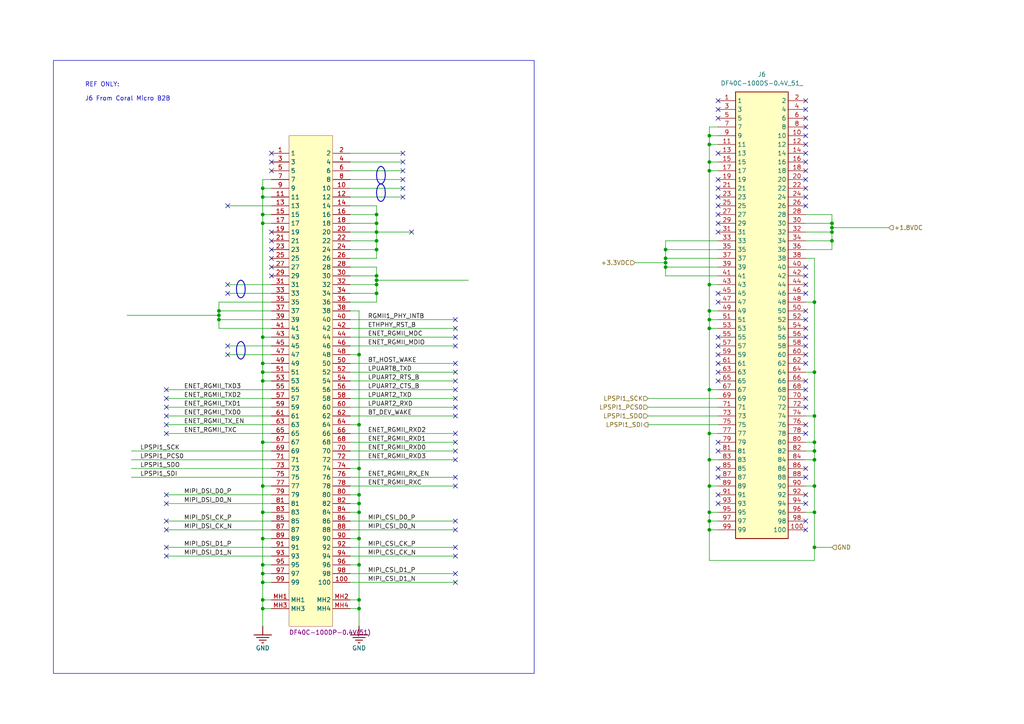
<source format=kicad_sch>
(kicad_sch (version 20231120) (generator "eeschema") (generator_version "8.0")
  (paper "A4")
  (lib_symbols
    (symbol "00_parts_lib:DF40C-100DS-0.4V_51_"
      (property "Reference" "J" (at 21.59 7.62 0))
      (property "Value" "DF40C-100DS-0.4V_51_" (at 21.59 5.08 0))
      (symbol "DF40C-100DS-0.4V_51__1_1"
        (rectangle (start 5.08 2.54) (end 20.32 -127) (stroke (width 0.254)) (fill (type background)))
        (pin passive line (at 0 0 0) (length 5.08) (name "1") (number "1"))
        (pin passive line (at 25.4 -10.16 180) (length 5.08) (name "10") (number "10"))
        (pin passive line (at 25.4 -124.46 180) (length 5.08) (name "100") (number "100"))
        (pin passive line (at 0 -12.7 0) (length 5.08) (name "11") (number "11"))
        (pin passive line (at 25.4 -12.7 180) (length 5.08) (name "12") (number "12"))
        (pin passive line (at 0 -15.24 0) (length 5.08) (name "13") (number "13"))
        (pin passive line (at 25.4 -15.24 180) (length 5.08) (name "14") (number "14"))
        (pin passive line (at 0 -17.78 0) (length 5.08) (name "15") (number "15"))
        (pin passive line (at 25.4 -17.78 180) (length 5.08) (name "16") (number "16"))
        (pin passive line (at 0 -20.32 0) (length 5.08) (name "17") (number "17"))
        (pin passive line (at 25.4 -20.32 180) (length 5.08) (name "18") (number "18"))
        (pin passive line (at 0 -22.86 0) (length 5.08) (name "19") (number "19"))
        (pin passive line (at 25.4 0 180) (length 5.08) (name "2") (number "2"))
        (pin passive line (at 25.4 -22.86 180) (length 5.08) (name "20") (number "20"))
        (pin passive line (at 0 -25.4 0) (length 5.08) (name "21") (number "21"))
        (pin passive line (at 25.4 -25.4 180) (length 5.08) (name "22") (number "22"))
        (pin passive line (at 0 -27.94 0) (length 5.08) (name "23") (number "23"))
        (pin passive line (at 25.4 -27.94 180) (length 5.08) (name "24") (number "24"))
        (pin passive line (at 0 -30.48 0) (length 5.08) (name "25") (number "25"))
        (pin passive line (at 25.4 -30.48 180) (length 5.08) (name "26") (number "26"))
        (pin passive line (at 0 -33.02 0) (length 5.08) (name "27") (number "27"))
        (pin passive line (at 25.4 -33.02 180) (length 5.08) (name "28") (number "28"))
        (pin passive line (at 0 -35.56 0) (length 5.08) (name "29") (number "29"))
        (pin passive line (at 0 -2.54 0) (length 5.08) (name "3") (number "3"))
        (pin passive line (at 25.4 -35.56 180) (length 5.08) (name "30") (number "30"))
        (pin passive line (at 0 -38.1 0) (length 5.08) (name "31") (number "31"))
        (pin passive line (at 25.4 -38.1 180) (length 5.08) (name "32") (number "32"))
        (pin passive line (at 0 -40.64 0) (length 5.08) (name "33") (number "33"))
        (pin passive line (at 25.4 -40.64 180) (length 5.08) (name "34") (number "34"))
        (pin passive line (at 0 -43.18 0) (length 5.08) (name "35") (number "35"))
        (pin passive line (at 25.4 -43.18 180) (length 5.08) (name "36") (number "36"))
        (pin passive line (at 0 -45.72 0) (length 5.08) (name "37") (number "37"))
        (pin passive line (at 25.4 -45.72 180) (length 5.08) (name "38") (number "38"))
        (pin passive line (at 0 -48.26 0) (length 5.08) (name "39") (number "39"))
        (pin passive line (at 25.4 -2.54 180) (length 5.08) (name "4") (number "4"))
        (pin passive line (at 25.4 -48.26 180) (length 5.08) (name "40") (number "40"))
        (pin passive line (at 0 -50.8 0) (length 5.08) (name "41") (number "41"))
        (pin passive line (at 25.4 -50.8 180) (length 5.08) (name "42") (number "42"))
        (pin passive line (at 0 -53.34 0) (length 5.08) (name "43") (number "43"))
        (pin passive line (at 25.4 -53.34 180) (length 5.08) (name "44") (number "44"))
        (pin passive line (at 0 -55.88 0) (length 5.08) (name "45") (number "45"))
        (pin passive line (at 25.4 -55.88 180) (length 5.08) (name "46") (number "46"))
        (pin passive line (at 0 -58.42 0) (length 5.08) (name "47") (number "47"))
        (pin passive line (at 25.4 -58.42 180) (length 5.08) (name "48") (number "48"))
        (pin passive line (at 0 -60.96 0) (length 5.08) (name "49") (number "49"))
        (pin passive line (at 0 -5.08 0) (length 5.08) (name "5") (number "5"))
        (pin passive line (at 25.4 -60.96 180) (length 5.08) (name "50") (number "50"))
        (pin passive line (at 0 -63.5 0) (length 5.08) (name "51") (number "51"))
        (pin passive line (at 25.4 -63.5 180) (length 5.08) (name "52") (number "52"))
        (pin passive line (at 0 -66.04 0) (length 5.08) (name "53") (number "53"))
        (pin passive line (at 25.4 -66.04 180) (length 5.08) (name "54") (number "54"))
        (pin passive line (at 0 -68.58 0) (length 5.08) (name "55") (number "55"))
        (pin passive line (at 25.4 -68.58 180) (length 5.08) (name "56") (number "56"))
        (pin passive line (at 0 -71.12 0) (length 5.08) (name "57") (number "57"))
        (pin passive line (at 25.4 -71.12 180) (length 5.08) (name "58") (number "58"))
        (pin passive line (at 0 -73.66 0) (length 5.08) (name "59") (number "59"))
        (pin passive line (at 25.4 -5.08 180) (length 5.08) (name "6") (number "6"))
        (pin passive line (at 25.4 -73.66 180) (length 5.08) (name "60") (number "60"))
        (pin passive line (at 0 -76.2 0) (length 5.08) (name "61") (number "61"))
        (pin passive line (at 25.4 -76.2 180) (length 5.08) (name "62") (number "62"))
        (pin passive line (at 0 -78.74 0) (length 5.08) (name "63") (number "63"))
        (pin passive line (at 25.4 -78.74 180) (length 5.08) (name "64") (number "64"))
        (pin passive line (at 0 -81.28 0) (length 5.08) (name "65") (number "65"))
        (pin passive line (at 25.4 -81.28 180) (length 5.08) (name "66") (number "66"))
        (pin passive line (at 0 -83.82 0) (length 5.08) (name "67") (number "67"))
        (pin passive line (at 25.4 -83.82 180) (length 5.08) (name "68") (number "68"))
        (pin passive line (at 0 -86.36 0) (length 5.08) (name "69") (number "69"))
        (pin passive line (at 0 -7.62 0) (length 5.08) (name "7") (number "7"))
        (pin passive line (at 25.4 -86.36 180) (length 5.08) (name "70") (number "70"))
        (pin passive line (at 0 -88.9 0) (length 5.08) (name "71") (number "71"))
        (pin passive line (at 25.4 -88.9 180) (length 5.08) (name "72") (number "72"))
        (pin passive line (at 0 -91.44 0) (length 5.08) (name "73") (number "73"))
        (pin passive line (at 25.4 -91.44 180) (length 5.08) (name "74") (number "74"))
        (pin passive line (at 0 -93.98 0) (length 5.08) (name "75") (number "75"))
        (pin passive line (at 25.4 -93.98 180) (length 5.08) (name "76") (number "76"))
        (pin passive line (at 0 -96.52 0) (length 5.08) (name "77") (number "77"))
        (pin passive line (at 25.4 -96.52 180) (length 5.08) (name "78") (number "78"))
        (pin passive line (at 0 -99.06 0) (length 5.08) (name "79") (number "79"))
        (pin passive line (at 25.4 -7.62 180) (length 5.08) (name "8") (number "8"))
        (pin passive line (at 25.4 -99.06 180) (length 5.08) (name "80") (number "80"))
        (pin passive line (at 0 -101.6 0) (length 5.08) (name "81") (number "81"))
        (pin passive line (at 25.4 -101.6 180) (length 5.08) (name "82") (number "82"))
        (pin passive line (at 0 -104.14 0) (length 5.08) (name "83") (number "83"))
        (pin passive line (at 25.4 -104.14 180) (length 5.08) (name "84") (number "84"))
        (pin passive line (at 0 -106.68 0) (length 5.08) (name "85") (number "85"))
        (pin passive line (at 25.4 -106.68 180) (length 5.08) (name "86") (number "86"))
        (pin passive line (at 0 -109.22 0) (length 5.08) (name "87") (number "87"))
        (pin passive line (at 25.4 -109.22 180) (length 5.08) (name "88") (number "88"))
        (pin passive line (at 0 -111.76 0) (length 5.08) (name "89") (number "89"))
        (pin passive line (at 0 -10.16 0) (length 5.08) (name "9") (number "9"))
        (pin passive line (at 25.4 -111.76 180) (length 5.08) (name "90") (number "90"))
        (pin passive line (at 0 -114.3 0) (length 5.08) (name "91") (number "91"))
        (pin passive line (at 25.4 -114.3 180) (length 5.08) (name "92") (number "92"))
        (pin passive line (at 0 -116.84 0) (length 5.08) (name "93") (number "93"))
        (pin passive line (at 25.4 -116.84 180) (length 5.08) (name "94") (number "94"))
        (pin passive line (at 0 -119.38 0) (length 5.08) (name "95") (number "95"))
        (pin passive line (at 25.4 -119.38 180) (length 5.08) (name "96") (number "96"))
        (pin passive line (at 0 -121.92 0) (length 5.08) (name "97") (number "97"))
        (pin passive line (at 25.4 -121.92 180) (length 5.08) (name "98") (number "98"))
        (pin passive line (at 0 -124.46 0) (length 5.08) (name "99") (number "99"))
      )
    )
    (symbol "08 B2B-altium-import:GND_POWER_GROUND" (power)
      (property "Reference" "#PWR" (at 0 0 0))
      (property "Value" "GND" (at 0 6.35 0))
      (symbol "GND_POWER_GROUND_0_0"
        (polyline (pts (xy -2.54 -2.54) (xy 2.54 -2.54)) (stroke (width 0.254)))
        (polyline (pts (xy -1.778 -3.302) (xy 1.778 -3.302)) (stroke (width 0.254)))
        (polyline (pts (xy -1.016 -4.064) (xy 1.016 -4.064)) (stroke (width 0.254)))
        (polyline (pts (xy -0.254 -4.826) (xy 0.254 -4.826)) (stroke (width 0.254)))
        (polyline (pts (xy 0 0) (xy 0 -2.54)) (stroke (width 0.254)))
        (pin power_in line (at 0 0 0) (length 0) hide (name "GND") (number ""))
      )
    )
    (symbol "08 B2B-altium-import:root_0___Template_Connector_2X50_4MH"
      (symbol "root_0___Template_Connector_2X50_4MH_1_0"
        (rectangle (start 12.7 0) (end 0 -142.24) (stroke (width 0.0254) (color 128 0 0 1)) (fill (type background)))
        (pin passive line (at -5.08 -5.08 0) (length 5.08) (name "1") (number "1"))
        (pin passive line (at 17.78 -15.24 180) (length 5.08) (name "10") (number "10"))
        (pin passive line (at 17.78 -129.54 180) (length 5.08) (name "100") (number "100"))
        (pin passive line (at -5.08 -17.78 0) (length 5.08) (name "11") (number "11"))
        (pin passive line (at 17.78 -17.78 180) (length 5.08) (name "12") (number "12"))
        (pin passive line (at -5.08 -20.32 0) (length 5.08) (name "13") (number "13"))
        (pin passive line (at 17.78 -20.32 180) (length 5.08) (name "14") (number "14"))
        (pin passive line (at -5.08 -22.86 0) (length 5.08) (name "15") (number "15"))
        (pin passive line (at 17.78 -22.86 180) (length 5.08) (name "16") (number "16"))
        (pin passive line (at -5.08 -25.4 0) (length 5.08) (name "17") (number "17"))
        (pin passive line (at 17.78 -25.4 180) (length 5.08) (name "18") (number "18"))
        (pin passive line (at -5.08 -27.94 0) (length 5.08) (name "19") (number "19"))
        (pin passive line (at 17.78 -5.08 180) (length 5.08) (name "2") (number "2"))
        (pin passive line (at 17.78 -27.94 180) (length 5.08) (name "20") (number "20"))
        (pin passive line (at -5.08 -30.48 0) (length 5.08) (name "21") (number "21"))
        (pin passive line (at 17.78 -30.48 180) (length 5.08) (name "22") (number "22"))
        (pin passive line (at -5.08 -33.02 0) (length 5.08) (name "23") (number "23"))
        (pin passive line (at 17.78 -33.02 180) (length 5.08) (name "24") (number "24"))
        (pin passive line (at -5.08 -35.56 0) (length 5.08) (name "25") (number "25"))
        (pin passive line (at 17.78 -35.56 180) (length 5.08) (name "26") (number "26"))
        (pin passive line (at -5.08 -38.1 0) (length 5.08) (name "27") (number "27"))
        (pin passive line (at 17.78 -38.1 180) (length 5.08) (name "28") (number "28"))
        (pin passive line (at -5.08 -40.64 0) (length 5.08) (name "29") (number "29"))
        (pin passive line (at -5.08 -7.62 0) (length 5.08) (name "3") (number "3"))
        (pin passive line (at 17.78 -40.64 180) (length 5.08) (name "30") (number "30"))
        (pin passive line (at -5.08 -43.18 0) (length 5.08) (name "31") (number "31"))
        (pin passive line (at 17.78 -43.18 180) (length 5.08) (name "32") (number "32"))
        (pin passive line (at -5.08 -45.72 0) (length 5.08) (name "33") (number "33"))
        (pin passive line (at 17.78 -45.72 180) (length 5.08) (name "34") (number "34"))
        (pin passive line (at -5.08 -48.26 0) (length 5.08) (name "35") (number "35"))
        (pin passive line (at 17.78 -48.26 180) (length 5.08) (name "36") (number "36"))
        (pin passive line (at -5.08 -50.8 0) (length 5.08) (name "37") (number "37"))
        (pin passive line (at 17.78 -50.8 180) (length 5.08) (name "38") (number "38"))
        (pin passive line (at -5.08 -53.34 0) (length 5.08) (name "39") (number "39"))
        (pin passive line (at 17.78 -7.62 180) (length 5.08) (name "4") (number "4"))
        (pin passive line (at 17.78 -53.34 180) (length 5.08) (name "40") (number "40"))
        (pin passive line (at -5.08 -55.88 0) (length 5.08) (name "41") (number "41"))
        (pin passive line (at 17.78 -55.88 180) (length 5.08) (name "42") (number "42"))
        (pin passive line (at -5.08 -58.42 0) (length 5.08) (name "43") (number "43"))
        (pin passive line (at 17.78 -58.42 180) (length 5.08) (name "44") (number "44"))
        (pin passive line (at -5.08 -60.96 0) (length 5.08) (name "45") (number "45"))
        (pin passive line (at 17.78 -60.96 180) (length 5.08) (name "46") (number "46"))
        (pin passive line (at -5.08 -63.5 0) (length 5.08) (name "47") (number "47"))
        (pin passive line (at 17.78 -63.5 180) (length 5.08) (name "48") (number "48"))
        (pin passive line (at -5.08 -66.04 0) (length 5.08) (name "49") (number "49"))
        (pin passive line (at -5.08 -10.16 0) (length 5.08) (name "5") (number "5"))
        (pin passive line (at 17.78 -66.04 180) (length 5.08) (name "50") (number "50"))
        (pin passive line (at -5.08 -68.58 0) (length 5.08) (name "51") (number "51"))
        (pin passive line (at 17.78 -68.58 180) (length 5.08) (name "52") (number "52"))
        (pin passive line (at -5.08 -71.12 0) (length 5.08) (name "53") (number "53"))
        (pin passive line (at 17.78 -71.12 180) (length 5.08) (name "54") (number "54"))
        (pin passive line (at -5.08 -73.66 0) (length 5.08) (name "55") (number "55"))
        (pin passive line (at 17.78 -73.66 180) (length 5.08) (name "56") (number "56"))
        (pin passive line (at -5.08 -76.2 0) (length 5.08) (name "57") (number "57"))
        (pin passive line (at 17.78 -76.2 180) (length 5.08) (name "58") (number "58"))
        (pin passive line (at -5.08 -78.74 0) (length 5.08) (name "59") (number "59"))
        (pin passive line (at 17.78 -10.16 180) (length 5.08) (name "6") (number "6"))
        (pin passive line (at 17.78 -78.74 180) (length 5.08) (name "60") (number "60"))
        (pin passive line (at -5.08 -81.28 0) (length 5.08) (name "61") (number "61"))
        (pin passive line (at 17.78 -81.28 180) (length 5.08) (name "62") (number "62"))
        (pin passive line (at -5.08 -83.82 0) (length 5.08) (name "63") (number "63"))
        (pin passive line (at 17.78 -83.82 180) (length 5.08) (name "64") (number "64"))
        (pin passive line (at -5.08 -86.36 0) (length 5.08) (name "65") (number "65"))
        (pin passive line (at 17.78 -86.36 180) (length 5.08) (name "66") (number "66"))
        (pin passive line (at -5.08 -88.9 0) (length 5.08) (name "67") (number "67"))
        (pin passive line (at 17.78 -88.9 180) (length 5.08) (name "68") (number "68"))
        (pin passive line (at -5.08 -91.44 0) (length 5.08) (name "69") (number "69"))
        (pin passive line (at -5.08 -12.7 0) (length 5.08) (name "7") (number "7"))
        (pin passive line (at 17.78 -91.44 180) (length 5.08) (name "70") (number "70"))
        (pin passive line (at -5.08 -93.98 0) (length 5.08) (name "71") (number "71"))
        (pin passive line (at 17.78 -93.98 180) (length 5.08) (name "72") (number "72"))
        (pin passive line (at -5.08 -96.52 0) (length 5.08) (name "73") (number "73"))
        (pin passive line (at 17.78 -96.52 180) (length 5.08) (name "74") (number "74"))
        (pin passive line (at -5.08 -99.06 0) (length 5.08) (name "75") (number "75"))
        (pin passive line (at 17.78 -99.06 180) (length 5.08) (name "76") (number "76"))
        (pin passive line (at -5.08 -101.6 0) (length 5.08) (name "77") (number "77"))
        (pin passive line (at 17.78 -101.6 180) (length 5.08) (name "78") (number "78"))
        (pin passive line (at -5.08 -104.14 0) (length 5.08) (name "79") (number "79"))
        (pin passive line (at 17.78 -12.7 180) (length 5.08) (name "8") (number "8"))
        (pin passive line (at 17.78 -104.14 180) (length 5.08) (name "80") (number "80"))
        (pin passive line (at -5.08 -106.68 0) (length 5.08) (name "81") (number "81"))
        (pin passive line (at 17.78 -106.68 180) (length 5.08) (name "82") (number "82"))
        (pin passive line (at -5.08 -109.22 0) (length 5.08) (name "83") (number "83"))
        (pin passive line (at 17.78 -109.22 180) (length 5.08) (name "84") (number "84"))
        (pin passive line (at -5.08 -111.76 0) (length 5.08) (name "85") (number "85"))
        (pin passive line (at 17.78 -111.76 180) (length 5.08) (name "86") (number "86"))
        (pin passive line (at -5.08 -114.3 0) (length 5.08) (name "87") (number "87"))
        (pin passive line (at 17.78 -114.3 180) (length 5.08) (name "88") (number "88"))
        (pin passive line (at -5.08 -116.84 0) (length 5.08) (name "89") (number "89"))
        (pin passive line (at -5.08 -15.24 0) (length 5.08) (name "9") (number "9"))
        (pin passive line (at 17.78 -116.84 180) (length 5.08) (name "90") (number "90"))
        (pin passive line (at -5.08 -119.38 0) (length 5.08) (name "91") (number "91"))
        (pin passive line (at 17.78 -119.38 180) (length 5.08) (name "92") (number "92"))
        (pin passive line (at -5.08 -121.92 0) (length 5.08) (name "93") (number "93"))
        (pin passive line (at 17.78 -121.92 180) (length 5.08) (name "94") (number "94"))
        (pin passive line (at -5.08 -124.46 0) (length 5.08) (name "95") (number "95"))
        (pin passive line (at 17.78 -124.46 180) (length 5.08) (name "96") (number "96"))
        (pin passive line (at -5.08 -127 0) (length 5.08) (name "97") (number "97"))
        (pin passive line (at 17.78 -127 180) (length 5.08) (name "98") (number "98"))
        (pin passive line (at -5.08 -129.54 0) (length 5.08) (name "99") (number "99"))
        (pin passive line (at -5.08 -134.62 0) (length 5.08) (name "MH1") (number "MH1"))
        (pin passive line (at 17.78 -134.62 180) (length 5.08) (name "MH2") (number "MH2"))
        (pin passive line (at -5.08 -137.16 0) (length 5.08) (name "MH3") (number "MH3"))
        (pin passive line (at 17.78 -137.16 180) (length 5.08) (name "MH4") (number "MH4"))
      )
    )
  )
  (junction (at 109.22 85.09))
  (junction (at 205.74 92.71))
  (junction (at 205.74 90.17))
  (junction (at 109.22 64.77))
  (junction (at 76.2 176.53))
  (junction (at 205.74 49.53))
  (junction (at 236.22 158.75))
  (junction (at 109.22 62.23))
  (junction (at 104.14 176.53))
  (junction (at 76.2 128.27))
  (junction (at 205.74 95.25))
  (junction (at 109.22 80.01))
  (junction (at 236.22 87.63))
  (junction (at 236.22 140.97))
  (junction (at 109.22 81.28))
  (junction (at 193.04 76.2))
  (junction (at 241.3 69.85))
  (junction (at 76.2 168.91))
  (junction (at 104.14 146.05))
  (junction (at 63.5 90.17))
  (junction (at 193.04 74.93))
  (junction (at 76.2 57.15))
  (junction (at 104.14 123.19))
  (junction (at 76.2 173.99))
  (junction (at 236.22 107.95))
  (junction (at 241.3 67.31))
  (junction (at 76.2 148.59))
  (junction (at 193.04 77.47))
  (junction (at 205.74 153.67))
  (junction (at 76.2 54.61))
  (junction (at 205.74 46.99))
  (junction (at 76.2 110.49))
  (junction (at 193.04 72.39))
  (junction (at 109.22 82.55))
  (junction (at 76.2 156.21))
  (junction (at 76.2 64.77))
  (junction (at 241.3 64.77))
  (junction (at 109.22 67.31))
  (junction (at 241.3 66.04))
  (junction (at 205.74 113.03))
  (junction (at 104.14 148.59))
  (junction (at 109.22 69.85))
  (junction (at 205.74 133.35))
  (junction (at 236.22 120.65))
  (junction (at 236.22 133.35))
  (junction (at 236.22 148.59))
  (junction (at 205.74 125.73))
  (junction (at 236.22 130.81))
  (junction (at 205.74 140.97))
  (junction (at 205.74 82.55))
  (junction (at 76.2 140.97))
  (junction (at 205.74 151.13))
  (junction (at 104.14 163.83))
  (junction (at 76.2 166.37))
  (junction (at 63.5 91.44))
  (junction (at 104.14 135.89))
  (junction (at 205.74 148.59))
  (junction (at 76.2 163.83))
  (junction (at 76.2 97.79))
  (junction (at 104.14 102.87))
  (junction (at 104.14 143.51))
  (junction (at 76.2 62.23))
  (junction (at 76.2 105.41))
  (junction (at 109.22 72.39))
  (junction (at 104.14 173.99))
  (junction (at 205.74 41.91))
  (junction (at 236.22 128.27))
  (junction (at 104.14 156.21))
  (junction (at 63.5 92.71))
  (junction (at 76.2 107.95))
  (junction (at 205.74 39.37))
  (no_connect (at 233.68 113.03))
  (no_connect (at 208.28 102.87))
  (no_connect (at 66.04 85.09))
  (no_connect (at 233.68 138.43))
  (no_connect (at 233.68 146.05))
  (no_connect (at 208.28 87.63))
  (no_connect (at 78.74 77.47))
  (no_connect (at 233.68 46.99))
  (no_connect (at 132.08 105.41))
  (no_connect (at 116.84 57.15))
  (no_connect (at 233.68 29.21))
  (no_connect (at 78.74 74.93))
  (no_connect (at 233.68 36.83))
  (no_connect (at 233.68 85.09))
  (no_connect (at 132.08 120.65))
  (no_connect (at 78.74 46.99))
  (no_connect (at 208.28 130.81))
  (no_connect (at 48.26 113.03))
  (no_connect (at 78.74 72.39))
  (no_connect (at 233.68 44.45))
  (no_connect (at 208.28 100.33))
  (no_connect (at 208.28 128.27))
  (no_connect (at 48.26 151.13))
  (no_connect (at 233.68 41.91))
  (no_connect (at 233.68 77.47))
  (no_connect (at 132.08 92.71))
  (no_connect (at 233.68 80.01))
  (no_connect (at 233.68 135.89))
  (no_connect (at 132.08 140.97))
  (no_connect (at 208.28 110.49))
  (no_connect (at 233.68 151.13))
  (no_connect (at 208.28 138.43))
  (no_connect (at 78.74 49.53))
  (no_connect (at 233.68 95.25))
  (no_connect (at 48.26 118.11))
  (no_connect (at 208.28 57.15))
  (no_connect (at 233.68 90.17))
  (no_connect (at 48.26 115.57))
  (no_connect (at 233.68 54.61))
  (no_connect (at 132.08 107.95))
  (no_connect (at 233.68 143.51))
  (no_connect (at 132.08 130.81))
  (no_connect (at 208.28 64.77))
  (no_connect (at 233.68 118.11))
  (no_connect (at 208.28 59.69))
  (no_connect (at 208.28 29.21))
  (no_connect (at 48.26 146.05))
  (no_connect (at 208.28 34.29))
  (no_connect (at 132.08 138.43))
  (no_connect (at 48.26 153.67))
  (no_connect (at 132.08 95.25))
  (no_connect (at 48.26 158.75))
  (no_connect (at 78.74 69.85))
  (no_connect (at 233.68 110.49))
  (no_connect (at 233.68 92.71))
  (no_connect (at 233.68 125.73))
  (no_connect (at 208.28 62.23))
  (no_connect (at 116.84 54.61))
  (no_connect (at 233.68 123.19))
  (no_connect (at 132.08 110.49))
  (no_connect (at 208.28 105.41))
  (no_connect (at 233.68 82.55))
  (no_connect (at 233.68 97.79))
  (no_connect (at 48.26 123.19))
  (no_connect (at 233.68 49.53))
  (no_connect (at 132.08 151.13))
  (no_connect (at 233.68 102.87))
  (no_connect (at 132.08 153.67))
  (no_connect (at 48.26 125.73))
  (no_connect (at 233.68 34.29))
  (no_connect (at 233.68 59.69))
  (no_connect (at 132.08 97.79))
  (no_connect (at 78.74 67.31))
  (no_connect (at 66.04 100.33))
  (no_connect (at 208.28 54.61))
  (no_connect (at 208.28 107.95))
  (no_connect (at 208.28 146.05))
  (no_connect (at 116.84 46.99))
  (no_connect (at 233.68 100.33))
  (no_connect (at 48.26 161.29))
  (no_connect (at 208.28 67.31))
  (no_connect (at 233.68 57.15))
  (no_connect (at 116.84 44.45))
  (no_connect (at 132.08 158.75))
  (no_connect (at 66.04 102.87))
  (no_connect (at 132.08 168.91))
  (no_connect (at 208.28 143.51))
  (no_connect (at 233.68 52.07))
  (no_connect (at 116.84 52.07))
  (no_connect (at 78.74 80.01))
  (no_connect (at 78.74 44.45))
  (no_connect (at 208.28 44.45))
  (no_connect (at 208.28 85.09))
  (no_connect (at 233.68 39.37))
  (no_connect (at 48.26 120.65))
  (no_connect (at 132.08 115.57))
  (no_connect (at 208.28 52.07))
  (no_connect (at 48.26 143.51))
  (no_connect (at 132.08 128.27))
  (no_connect (at 116.84 49.53))
  (no_connect (at 132.08 133.35))
  (no_connect (at 132.08 113.03))
  (no_connect (at 132.08 125.73))
  (no_connect (at 233.68 105.41))
  (no_connect (at 132.08 161.29))
  (no_connect (at 208.28 31.75))
  (no_connect (at 208.28 97.79))
  (no_connect (at 132.08 100.33))
  (no_connect (at 233.68 153.67))
  (no_connect (at 66.04 59.69))
  (no_connect (at 132.08 166.37))
  (no_connect (at 132.08 118.11))
  (no_connect (at 233.68 115.57))
  (no_connect (at 66.04 82.55))
  (no_connect (at 233.68 31.75))
  (no_connect (at 119.38 67.31))
  (no_connect (at 208.28 135.89))
  (wire (pts (xy 132.08 115.57) (xy 101.6 115.57)))
  (wire (pts (xy 78.74 128.27) (xy 76.2 128.27)))
  (wire (pts (xy 233.68 87.63) (xy 236.22 87.63)))
  (wire (pts (xy 76.2 163.83) (xy 76.2 156.21)))
  (wire (pts (xy 76.2 105.41) (xy 78.74 105.41)))
  (wire (pts (xy 205.74 82.55) (xy 205.74 49.53)))
  (wire (pts (xy 109.22 62.23) (xy 109.22 64.77)))
  (wire (pts (xy 241.3 64.77) (xy 241.3 66.04)))
  (wire (pts (xy 101.6 82.55) (xy 109.22 82.55)))
  (wire (pts (xy 205.74 125.73) (xy 205.74 113.03)))
  (wire (pts (xy 233.68 62.23) (xy 241.3 62.23)))
  (wire (pts (xy 78.74 107.95) (xy 76.2 107.95)))
  (wire (pts (xy 48.26 118.11) (xy 78.74 118.11)))
  (wire (pts (xy 132.08 113.03) (xy 101.6 113.03)))
  (wire (pts (xy 109.22 64.77) (xy 101.6 64.77)))
  (wire (pts (xy 101.6 72.39) (xy 109.22 72.39)))
  (wire (pts (xy 78.74 90.17) (xy 63.5 90.17)))
  (wire (pts (xy 104.14 156.21) (xy 104.14 148.59)))
  (wire (pts (xy 132.08 133.35) (xy 101.6 133.35)))
  (wire (pts (xy 101.6 138.43) (xy 132.08 138.43)))
  (wire (pts (xy 78.74 163.83) (xy 76.2 163.83)))
  (wire (pts (xy 104.14 123.19) (xy 104.14 135.89)))
  (wire (pts (xy 48.26 125.73) (xy 78.74 125.73)))
  (wire (pts (xy 205.74 46.99) (xy 205.74 49.53)))
  (wire (pts (xy 63.5 90.17) (xy 63.5 91.44)))
  (wire (pts (xy 241.3 66.04) (xy 241.3 67.31)))
  (wire (pts (xy 132.08 166.37) (xy 101.6 166.37)))
  (wire (pts (xy 101.6 151.13) (xy 132.08 151.13)))
  (wire (pts (xy 208.28 148.59) (xy 205.74 148.59)))
  (wire (pts (xy 236.22 107.95) (xy 236.22 120.65)))
  (wire (pts (xy 109.22 77.47) (xy 109.22 80.01)))
  (wire (pts (xy 132.08 105.41) (xy 101.6 105.41)))
  (wire (pts (xy 205.74 140.97) (xy 205.74 133.35)))
  (wire (pts (xy 76.2 54.61) (xy 76.2 52.07)))
  (wire (pts (xy 236.22 128.27) (xy 233.68 128.27)))
  (wire (pts (xy 66.04 102.87) (xy 78.74 102.87)))
  (wire (pts (xy 101.6 80.01) (xy 109.22 80.01)))
  (wire (pts (xy 101.6 59.69) (xy 109.22 59.69)))
  (wire (pts (xy 233.68 120.65) (xy 236.22 120.65)))
  (wire (pts (xy 187.96 118.11) (xy 208.28 118.11)))
  (wire (pts (xy 101.6 123.19) (xy 104.14 123.19)))
  (wire (pts (xy 233.68 107.95) (xy 236.22 107.95)))
  (wire (pts (xy 205.74 133.35) (xy 205.74 125.73)))
  (wire (pts (xy 205.74 162.56) (xy 236.22 162.56)))
  (wire (pts (xy 116.84 49.53) (xy 101.6 49.53)))
  (wire (pts (xy 132.08 107.95) (xy 101.6 107.95)))
  (wire (pts (xy 48.26 158.75) (xy 78.74 158.75)))
  (wire (pts (xy 109.22 74.93) (xy 109.22 72.39)))
  (wire (pts (xy 236.22 148.59) (xy 236.22 158.75)))
  (wire (pts (xy 101.6 46.99) (xy 116.84 46.99)))
  (wire (pts (xy 132.08 92.71) (xy 101.6 92.71)))
  (wire (pts (xy 78.74 120.65) (xy 48.26 120.65)))
  (wire (pts (xy 132.08 118.11) (xy 101.6 118.11)))
  (wire (pts (xy 205.74 39.37) (xy 208.28 39.37)))
  (wire (pts (xy 78.74 156.21) (xy 76.2 156.21)))
  (wire (pts (xy 104.14 148.59) (xy 101.6 148.59)))
  (wire (pts (xy 109.22 59.69) (xy 109.22 62.23)))
  (wire (pts (xy 76.2 140.97) (xy 78.74 140.97)))
  (wire (pts (xy 63.5 95.25) (xy 78.74 95.25)))
  (wire (pts (xy 38.1 135.89) (xy 78.74 135.89)))
  (wire (pts (xy 205.74 82.55) (xy 205.74 90.17)))
  (wire (pts (xy 104.14 143.51) (xy 101.6 143.51)))
  (wire (pts (xy 193.04 72.39) (xy 208.28 72.39)))
  (wire (pts (xy 109.22 64.77) (xy 109.22 67.31)))
  (wire (pts (xy 193.04 74.93) (xy 193.04 76.2)))
  (wire (pts (xy 38.1 130.81) (xy 78.74 130.81)))
  (wire (pts (xy 104.14 181.61) (xy 104.14 176.53)))
  (wire (pts (xy 48.26 151.13) (xy 78.74 151.13)))
  (wire (pts (xy 193.04 77.47) (xy 208.28 77.47)))
  (wire (pts (xy 241.3 69.85) (xy 241.3 72.39)))
  (wire (pts (xy 208.28 92.71) (xy 205.74 92.71)))
  (wire (pts (xy 101.6 156.21) (xy 104.14 156.21)))
  (wire (pts (xy 78.74 110.49) (xy 76.2 110.49)))
  (wire (pts (xy 104.14 176.53) (xy 104.14 173.99)))
  (wire (pts (xy 101.6 176.53) (xy 104.14 176.53)))
  (wire (pts (xy 78.74 57.15) (xy 76.2 57.15)))
  (wire (pts (xy 205.74 153.67) (xy 205.74 151.13)))
  (wire (pts (xy 63.5 91.44) (xy 63.5 92.71)))
  (wire (pts (xy 104.14 90.17) (xy 101.6 90.17)))
  (wire (pts (xy 241.3 158.75) (xy 236.22 158.75)))
  (wire (pts (xy 101.6 173.99) (xy 104.14 173.99)))
  (wire (pts (xy 236.22 87.63) (xy 236.22 107.95)))
  (wire (pts (xy 109.22 85.09) (xy 109.22 87.63)))
  (wire (pts (xy 205.74 92.71) (xy 205.74 95.25)))
  (wire (pts (xy 66.04 59.69) (xy 78.74 59.69)))
  (wire (pts (xy 205.74 162.56) (xy 205.74 153.67)))
  (wire (pts (xy 76.2 107.95) (xy 76.2 110.49)))
  (wire (pts (xy 241.3 72.39) (xy 233.68 72.39)))
  (wire (pts (xy 109.22 67.31) (xy 119.38 67.31)))
  (wire (pts (xy 78.74 62.23) (xy 76.2 62.23)))
  (wire (pts (xy 205.74 49.53) (xy 208.28 49.53)))
  (wire (pts (xy 104.14 102.87) (xy 104.14 123.19)))
  (wire (pts (xy 101.6 85.09) (xy 109.22 85.09)))
  (wire (pts (xy 104.14 146.05) (xy 104.14 143.51)))
  (wire (pts (xy 109.22 67.31) (xy 101.6 67.31)))
  (wire (pts (xy 116.84 54.61) (xy 101.6 54.61)))
  (wire (pts (xy 78.74 173.99) (xy 76.2 173.99)))
  (wire (pts (xy 109.22 81.28) (xy 135.89 81.28)))
  (wire (pts (xy 76.2 107.95) (xy 76.2 105.41)))
  (wire (pts (xy 193.04 69.85) (xy 193.04 72.39)))
  (wire (pts (xy 76.2 64.77) (xy 78.74 64.77)))
  (wire (pts (xy 101.6 146.05) (xy 104.14 146.05)))
  (wire (pts (xy 132.08 153.67) (xy 101.6 153.67)))
  (wire (pts (xy 208.28 69.85) (xy 193.04 69.85)))
  (wire (pts (xy 101.6 140.97) (xy 132.08 140.97)))
  (wire (pts (xy 236.22 133.35) (xy 236.22 130.81)))
  (wire (pts (xy 101.6 77.47) (xy 109.22 77.47)))
  (wire (pts (xy 104.14 173.99) (xy 104.14 163.83)))
  (wire (pts (xy 109.22 81.28) (xy 109.22 82.55)))
  (wire (pts (xy 132.08 158.75) (xy 101.6 158.75)))
  (wire (pts (xy 76.2 62.23) (xy 76.2 57.15)))
  (wire (pts (xy 193.04 77.47) (xy 193.04 80.01)))
  (wire (pts (xy 233.68 140.97) (xy 236.22 140.97)))
  (wire (pts (xy 38.1 138.43) (xy 78.74 138.43)))
  (wire (pts (xy 241.3 66.04) (xy 257.81 66.04)))
  (wire (pts (xy 104.14 163.83) (xy 104.14 156.21)))
  (wire (pts (xy 78.74 115.57) (xy 48.26 115.57)))
  (wire (pts (xy 101.6 128.27) (xy 132.08 128.27)))
  (wire (pts (xy 101.6 69.85) (xy 109.22 69.85)))
  (wire (pts (xy 48.26 143.51) (xy 78.74 143.51)))
  (wire (pts (xy 208.28 82.55) (xy 205.74 82.55)))
  (wire (pts (xy 78.74 123.19) (xy 48.26 123.19)))
  (wire (pts (xy 101.6 100.33) (xy 132.08 100.33)))
  (wire (pts (xy 205.74 41.91) (xy 205.74 39.37)))
  (wire (pts (xy 101.6 74.93) (xy 109.22 74.93)))
  (wire (pts (xy 132.08 161.29) (xy 101.6 161.29)))
  (wire (pts (xy 109.22 69.85) (xy 109.22 67.31)))
  (wire (pts (xy 76.2 173.99) (xy 76.2 168.91)))
  (wire (pts (xy 66.04 82.55) (xy 78.74 82.55)))
  (wire (pts (xy 236.22 74.93) (xy 233.68 74.93)))
  (wire (pts (xy 76.2 176.53) (xy 76.2 181.61)))
  (wire (pts (xy 76.2 148.59) (xy 76.2 140.97)))
  (wire (pts (xy 193.04 76.2) (xy 193.04 77.47)))
  (wire (pts (xy 241.3 62.23) (xy 241.3 64.77)))
  (wire (pts (xy 63.5 87.63) (xy 78.74 87.63)))
  (wire (pts (xy 132.08 95.25) (xy 101.6 95.25)))
  (wire (pts (xy 101.6 110.49) (xy 132.08 110.49)))
  (wire (pts (xy 208.28 41.91) (xy 205.74 41.91)))
  (wire (pts (xy 36.83 91.44) (xy 63.5 91.44)))
  (wire (pts (xy 76.2 54.61) (xy 78.74 54.61)))
  (wire (pts (xy 104.14 135.89) (xy 104.14 143.51)))
  (wire (pts (xy 76.2 176.53) (xy 76.2 173.99)))
  (wire (pts (xy 187.96 115.57) (xy 208.28 115.57)))
  (wire (pts (xy 76.2 176.53) (xy 78.74 176.53)))
  (wire (pts (xy 208.28 74.93) (xy 193.04 74.93)))
  (wire (pts (xy 233.68 130.81) (xy 236.22 130.81)))
  (wire (pts (xy 187.96 120.65) (xy 208.28 120.65)))
  (wire (pts (xy 205.74 151.13) (xy 205.74 148.59)))
  (wire (pts (xy 76.2 57.15) (xy 76.2 54.61)))
  (wire (pts (xy 208.28 113.03) (xy 205.74 113.03)))
  (wire (pts (xy 48.26 146.05) (xy 78.74 146.05)))
  (wire (pts (xy 236.22 133.35) (xy 233.68 133.35)))
  (wire (pts (xy 76.2 62.23) (xy 76.2 64.77)))
  (wire (pts (xy 205.74 39.37) (xy 205.74 36.83)))
  (wire (pts (xy 76.2 140.97) (xy 76.2 128.27)))
  (wire (pts (xy 233.68 64.77) (xy 241.3 64.77)))
  (wire (pts (xy 76.2 97.79) (xy 76.2 64.77)))
  (wire (pts (xy 236.22 148.59) (xy 236.22 140.97)))
  (wire (pts (xy 76.2 148.59) (xy 78.74 148.59)))
  (wire (pts (xy 78.74 97.79) (xy 76.2 97.79)))
  (wire (pts (xy 205.74 90.17) (xy 208.28 90.17)))
  (wire (pts (xy 205.74 113.03) (xy 205.74 95.25)))
  (wire (pts (xy 63.5 92.71) (xy 63.5 95.25)))
  (wire (pts (xy 38.1 133.35) (xy 78.74 133.35)))
  (wire (pts (xy 236.22 140.97) (xy 236.22 133.35)))
  (wire (pts (xy 233.68 69.85) (xy 241.3 69.85)))
  (wire (pts (xy 193.04 80.01) (xy 208.28 80.01)))
  (wire (pts (xy 233.68 67.31) (xy 241.3 67.31)))
  (wire (pts (xy 101.6 57.15) (xy 116.84 57.15)))
  (wire (pts (xy 208.28 95.25) (xy 205.74 95.25)))
  (wire (pts (xy 109.22 80.01) (xy 109.22 81.28)))
  (wire (pts (xy 101.6 120.65) (xy 132.08 120.65)))
  (wire (pts (xy 101.6 97.79) (xy 132.08 97.79)))
  (wire (pts (xy 104.14 102.87) (xy 104.14 90.17)))
  (wire (pts (xy 109.22 82.55) (xy 109.22 85.09)))
  (wire (pts (xy 101.6 102.87) (xy 104.14 102.87)))
  (wire (pts (xy 132.08 168.91) (xy 101.6 168.91)))
  (wire (pts (xy 78.74 166.37) (xy 76.2 166.37)))
  (wire (pts (xy 63.5 92.71) (xy 78.74 92.71)))
  (wire (pts (xy 205.74 46.99) (xy 205.74 41.91)))
  (wire (pts (xy 76.2 168.91) (xy 76.2 166.37)))
  (wire (pts (xy 76.2 156.21) (xy 76.2 148.59)))
  (wire (pts (xy 187.96 123.19) (xy 208.28 123.19)))
  (wire (pts (xy 109.22 72.39) (xy 109.22 69.85)))
  (wire (pts (xy 205.74 36.83) (xy 208.28 36.83)))
  (wire (pts (xy 66.04 85.09) (xy 78.74 85.09)))
  (wire (pts (xy 104.14 148.59) (xy 104.14 146.05)))
  (wire (pts (xy 48.26 153.67) (xy 78.74 153.67)))
  (wire (pts (xy 66.04 100.33) (xy 78.74 100.33)))
  (wire (pts (xy 48.26 161.29) (xy 78.74 161.29)))
  (wire (pts (xy 205.74 133.35) (xy 208.28 133.35)))
  (wire (pts (xy 76.2 97.79) (xy 76.2 105.41)))
  (wire (pts (xy 109.22 87.63) (xy 101.6 87.63)))
  (wire (pts (xy 208.28 46.99) (xy 205.74 46.99)))
  (wire (pts (xy 63.5 90.17) (xy 63.5 87.63)))
  (wire (pts (xy 76.2 128.27) (xy 76.2 110.49)))
  (wire (pts (xy 101.6 125.73) (xy 132.08 125.73)))
  (wire (pts (xy 193.04 74.93) (xy 193.04 72.39)))
  (wire (pts (xy 78.74 113.03) (xy 48.26 113.03)))
  (wire (pts (xy 236.22 87.63) (xy 236.22 74.93)))
  (wire (pts (xy 208.28 151.13) (xy 205.74 151.13)))
  (wire (pts (xy 208.28 140.97) (xy 205.74 140.97)))
  (wire (pts (xy 236.22 130.81) (xy 236.22 128.27)))
  (wire (pts (xy 236.22 120.65) (xy 236.22 128.27)))
  (wire (pts (xy 236.22 148.59) (xy 233.68 148.59)))
  (wire (pts (xy 208.28 153.67) (xy 205.74 153.67)))
  (wire (pts (xy 104.14 163.83) (xy 101.6 163.83)))
  (wire (pts (xy 184.15 76.2) (xy 193.04 76.2)))
  (wire (pts (xy 76.2 52.07) (xy 78.74 52.07)))
  (wire (pts (xy 101.6 130.81) (xy 132.08 130.81)))
  (wire (pts (xy 236.22 158.75) (xy 236.22 162.56)))
  (wire (pts (xy 116.84 52.07) (xy 101.6 52.07)))
  (wire (pts (xy 78.74 168.91) (xy 76.2 168.91)))
  (wire (pts (xy 101.6 44.45) (xy 116.84 44.45)))
  (wire (pts (xy 101.6 62.23) (xy 109.22 62.23)))
  (wire (pts (xy 205.74 125.73) (xy 208.28 125.73)))
  (wire (pts (xy 205.74 92.71) (xy 205.74 90.17)))
  (wire (pts (xy 241.3 67.31) (xy 241.3 69.85)))
  (wire (pts (xy 101.6 135.89) (xy 104.14 135.89)))
  (wire (pts (xy 205.74 148.59) (xy 205.74 140.97)))
  (wire (pts (xy 76.2 166.37) (xy 76.2 163.83)))
  (rectangle (start 15.494 17.526) (end 154.94 195.326))
  (bezier (pts (xy 110.49 58.42) (xy 111.1914 58.42) (xy 111.76 57.2828) (xy 111.76 55.88)) (stroke (width 0.254)))
  (bezier (pts (xy 69.85 104.14) (xy 70.5514 104.14) (xy 71.12 103.0028) (xy 71.12 101.6)) (stroke (width 0.254)))
  (bezier (pts (xy 110.49 48.26) (xy 109.7885 48.26) (xy 109.22 49.3971) (xy 109.22 50.8)) (stroke (width 0.254)))
  (bezier (pts (xy 111.76 50.8) (xy 111.76 49.3971) (xy 111.1914 48.26) (xy 110.49 48.26)) (stroke (width 0.254)))
  (bezier (pts (xy 109.22 50.8) (xy 109.22 52.2028) (xy 109.7885 53.34) (xy 110.49 53.34)) (stroke (width 0.254)))
  (bezier (pts (xy 68.58 83.82) (xy 68.58 85.2228) (xy 69.1485 86.36) (xy 69.85 86.36)) (stroke (width 0.254)))
  (bezier (pts (xy 69.85 86.36) (xy 70.5514 86.36) (xy 71.12 85.2228) (xy 71.12 83.82)) (stroke (width 0.254)))
  (bezier (pts (xy 110.49 53.34) (xy 111.1914 53.34) (xy 111.76 52.2028) (xy 111.76 50.8)) (stroke (width 0.254)))
  (bezier (pts (xy 71.12 83.82) (xy 71.12 82.4171) (xy 70.5514 81.28) (xy 69.85 81.28)) (stroke (width 0.254)))
  (bezier (pts (xy 69.85 81.28) (xy 69.1485 81.28) (xy 68.58 82.4171) (xy 68.58 83.82)) (stroke (width 0.254)))
  (bezier (pts (xy 69.85 99.06) (xy 69.1485 99.06) (xy 68.58 100.1971) (xy 68.58 101.6)) (stroke (width 0.254)))
  (bezier (pts (xy 111.76 55.88) (xy 111.76 54.4771) (xy 111.1914 53.34) (xy 110.49 53.34)) (stroke (width 0.254)))
  (bezier (pts (xy 110.49 53.34) (xy 109.7885 53.34) (xy 109.22 54.4771) (xy 109.22 55.88)) (stroke (width 0.254)))
  (bezier (pts (xy 71.12 101.6) (xy 71.12 100.1971) (xy 70.5514 99.06) (xy 69.85 99.06)) (stroke (width 0.254)))
  (bezier (pts (xy 109.22 55.88) (xy 109.22 57.2828) (xy 109.7885 58.42) (xy 110.49 58.42)) (stroke (width 0.254)))
  (bezier (pts (xy 68.58 101.6) (xy 68.58 103.0028) (xy 69.1485 104.14) (xy 69.85 104.14)) (stroke (width 0.254)))
  (text "REF ONLY:\n\nJ6 From Coral Micro B2B" (at 24.638 26.67 0) (effects (font (size 1.27 1.27)) (justify left)))
  (label "LPSPI1_SDI" (at 40.64 138.43 0))
  (label "ENET_RGMII_TX_EN" (at 53.34 123.19 0))
  (label "MIPI_CSI_D1_P" (at 106.68 166.37 0))
  (label "ENET_RGMII_RX_EN" (at 106.68 138.43 0))
  (label "ENET_RGMII_RXD0" (at 106.68 130.81 0))
  (label "MIPI_DSI_D1_P" (at 53.34 158.75 0))
  (label "MIPI_CSI_CK_P" (at 106.68 158.75 0))
  (label "LPSPI1_SCK" (at 40.64 130.81 0))
  (label "MIPI_CSI_CK_N" (at 106.68 161.29 0))
  (label "BT_HOST_WAKE" (at 106.68 105.41 0))
  (label "ENET_RGMII_RXD1" (at 106.68 128.27 0))
  (label "LPUART8_TXD" (at 106.68 107.95 0))
  (label "BT_DEV_WAKE" (at 106.68 120.65 0))
  (label "ENET_RGMII_TXD3" (at 53.34 113.03 0))
  (label "ENET_RGMII_TXD0" (at 53.34 120.65 0))
  (label "MIPI_DSI_D0_N" (at 53.34 146.05 0))
  (label "ETHPHY_RST_B" (at 106.68 95.25 0))
  (label "ENET_RGMII_RXD3" (at 106.68 133.35 0))
  (label "LPUART2_RXD" (at 106.68 118.11 0))
  (label "LPUART2_RTS_B" (at 106.68 110.49 0))
  (label "MIPI_CSI_D1_N" (at 106.68 168.91 0))
  (label "ENET_RGMII_TXD1" (at 53.34 118.11 0))
  (label "ENET_RGMII_TXC" (at 53.34 125.73 0))
  (label "ENET_RGMII_MDC" (at 106.68 97.79 0))
  (label "MIPI_DSI_CK_P" (at 53.34 151.13 0))
  (label "LPSPI1_SDO" (at 40.64 135.89 0))
  (label "MIPI_CSI_D0_P" (at 106.68 151.13 0))
  (label "MIPI_DSI_D0_P" (at 53.34 143.51 0))
  (label "MIPI_CSI_D0_N" (at 106.68 153.67 0))
  (label "MIPI_DSI_D1_N" (at 53.34 161.29 0))
  (label "ENET_RGMII_MDIO" (at 106.68 100.33 0))
  (label "LPUART2_CTS_B" (at 106.68 113.03 0))
  (label "LPUART2_TXD" (at 106.68 115.57 0))
  (label "MIPI_DSI_CK_N" (at 53.34 153.67 0))
  (label "ENET_RGMII_RXC" (at 106.68 140.97 0))
  (label "LPSPI1_PCS0" (at 40.64 133.35 0))
  (label "RGMII1_PHY_INTB" (at 106.68 92.71 0))
  (label "ENET_RGMII_RXD2" (at 106.68 125.73 0))
  (label "ENET_RGMII_TXD2" (at 53.34 115.57 0))
  (hierarchical_label "LPSPI1_SCK" (shape input) (at 187.96 115.57 180))
  (hierarchical_label "LPSPI1_SDO" (shape input) (at 187.96 120.65 180))
  (hierarchical_label "+3.3VDC" (shape input) (at 184.15 76.2 180))
  (hierarchical_label "LPSPI1_PCS0" (shape input) (at 187.96 118.11 180))
  (hierarchical_label "+1.8VDC" (shape input) (at 257.81 66.04 0))
  (hierarchical_label "GND" (shape input) (at 241.3 158.75 0))
  (hierarchical_label "LPSPI1_SDI" (shape output) (at 187.96 123.19 180))
  (symbol (lib_id "08 B2B-altium-import:GND_POWER_GROUND") (at 104.14 181.61 0) (unit 1) (on_board no)
    (property "Reference" "#PWR04" (effects (hide yes)))
    (property "Value" "GND" (at 104.14 187.96 0))
  )
  (symbol (lib_id "08 B2B-altium-import:root_0___Template_Connector_2X50_4MH") (at 83.82 39.37 0) (unit 1) (on_board no)
    (property "Reference" "J5" (effects (hide yes)))
    (property "Footprint" "HIROSE_DF40C-100DP-0.4V(51)" (effects (hide yes)))
    (property "Description" "CONN, HDR, VERT, 2x50, 0.4MM P, 1.14MM H, GOLD, SMD" (effects (hide yes)))
    (property "ID" "897" (effects (hide yes)))
    (property "STATUS" "Released" (effects (hide yes)))
    (property "MFG" "Hirose Electric Co Ltd" (effects (hide yes)))
    (property "MFG P/N" "DF40C-100DP-0.4V(51)" (at 83.82 184.15 0) (effects (justify left bottom)))
    (property "ROHS COMPLIANT" "Yes" (effects (hide yes)))
    (property "CONNECTOR TYPE" "Plug, Outer Shroud Contacts" (effects (hide yes)))
    (property "MOUNTING TYPE" "Surface Mount" (effects (hide yes)))
    (property "ORIENTATION" "Vertical" (effects (hide yes)))
    (property "PITCH" "0.40mm" (effects (hide yes)))
    (property "NUMBER OF POSITIONS" "100" (effects (hide yes)))
    (property "NUMBER OF ROWS" "2" (effects (hide yes)))
    (property "GENDER" "Male" (effects (hide yes)))
    (property "FEATURES" "Solder Retention" (effects (hide yes)))
    (property "SUPPLIER 1" "Digi-Key" (effects (hide yes)))
    (property "HELPURL" "https://www.digikey.com/product-detail/en/hirose-electric-co-ltd/DF40C-100DP-0.4V-51/H11614CT-ND/1969494" (effects (hide yes)))
    (property "COMPONENTLINK1DESCRIPTION" "Datasheet" (effects (hide yes)))
    (property "COMPONENTLINK1URL" "https://www.hirose.com/product/download/?distributor=digikey&type=2d&lang=en&num=DF40C-100DP-0.4V(51)" (effects (hide yes)))
    (property "SUPPLIER PART NUMBER 1" "H11614CT-ND" (effects (hide yes)))
  )
  (symbol (lib_id "00_parts_lib:DF40C-100DS-0.4V_51_") (at 208.28 29.21 0) (unit 1)
    (property "Reference" "J6" (at 220.98 21.59 0))
    (property "Value" "DF40C-100DS-0.4V_51_" (at 220.98 24.13 0))
    (property "Footprint" "DF40C100DS04V51" (effects (hide yes)))
    (property "Datasheet" "https://datasheet.datasheetarchive.com/originals/distributors/SFDatasheet-7/sf-000141247.pdf" (effects (hide yes)))
    (property "Description" "HIROSE(HRS) - DF40C-100DS-0.4V(51) - CONNECTOR, STACKING, RCPT, 100POS, 2ROW" (effects (hide yes)))
    (property "Mouser Part Number" "798-DF40C100DS0.4V51" (effects (hide yes)))
    (property "Mouser Price/Stock" "https://www.mouser.co.uk/ProductDetail/Hirose-Connector/DF40C-100DS-0.4V51?qs=eDUdFcBPps2MEwbnuPvZzQ%3D%3D" (effects (hide yes)))
    (property "Manufacturer_Name" "Hirose" (effects (hide yes)))
    (property "Manufacturer_Part_Number" "DF40C-100DS-0.4V(51)" (effects (hide yes)))
  )
  (symbol (lib_id "08 B2B-altium-import:GND_POWER_GROUND") (at 76.2 181.61 0) (unit 1) (on_board no)
    (property "Reference" "#PWR03" (effects (hide yes)))
    (property "Value" "GND" (at 76.2 187.96 0))
  )
)
</source>
